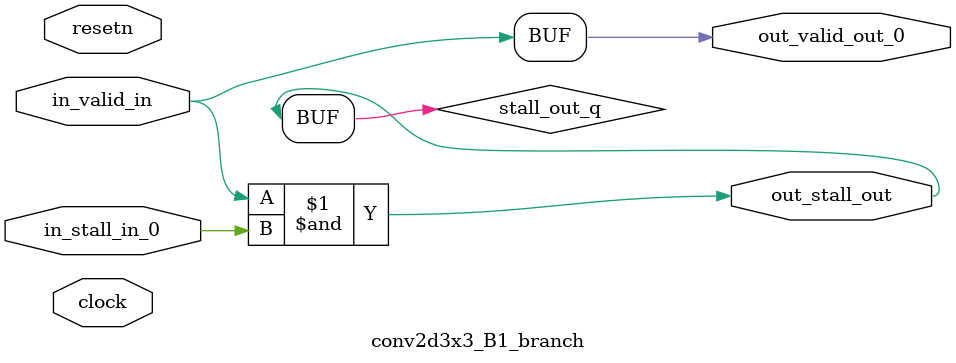
<source format=sv>



(* altera_attribute = "-name AUTO_SHIFT_REGISTER_RECOGNITION OFF; -name MESSAGE_DISABLE 10036; -name MESSAGE_DISABLE 10037; -name MESSAGE_DISABLE 14130; -name MESSAGE_DISABLE 14320; -name MESSAGE_DISABLE 15400; -name MESSAGE_DISABLE 14130; -name MESSAGE_DISABLE 10036; -name MESSAGE_DISABLE 12020; -name MESSAGE_DISABLE 12030; -name MESSAGE_DISABLE 12010; -name MESSAGE_DISABLE 12110; -name MESSAGE_DISABLE 14320; -name MESSAGE_DISABLE 13410; -name MESSAGE_DISABLE 113007; -name MESSAGE_DISABLE 10958" *)
module conv2d3x3_B1_branch (
    input wire [0:0] in_stall_in_0,
    input wire [0:0] in_valid_in,
    output wire [0:0] out_stall_out,
    output wire [0:0] out_valid_out_0,
    input wire clock,
    input wire resetn
    );

    wire [0:0] stall_out_q;


    // stall_out(LOGICAL,6)
    assign stall_out_q = in_valid_in & in_stall_in_0;

    // out_stall_out(GPOUT,4)
    assign out_stall_out = stall_out_q;

    // out_valid_out_0(GPOUT,5)
    assign out_valid_out_0 = in_valid_in;

endmodule

</source>
